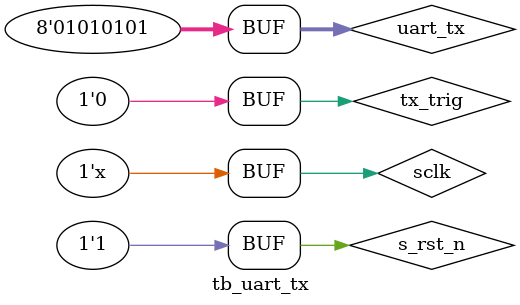
<source format=v>
`timescale 1ns/1ns
module tb_uart_tx;

reg 		sclk;
reg 		s_rst_n;
reg 		tx_trig;
reg 	[ 7:0] 	uart_tx;
wire 		rs232_tx;
//------------- generate system signals ------------------------------------
initial begin
	sclk = 1;
	s_rst_n <= 0;
#100
	s_rst_n <= 1;
end

always #5 sclk = ~sclk;
//--------------------------------------------------------------------------
initial begin
	uart_tx <= 8'd0;
	tx_trig <= 0;
#200
	tx_trig <= 1'b1;
	uart_tx <= 8'h55;
#10
	tx_trig <= 1'b0;
end
uart_tx uart_tx_inst(
		// system signals
		.sclk (sclk ),
		.s_rst_n (s_rst_n ),
		// UART Interface
		.rs232_tx (rs232_tx ),
		// others
		.tx_trig (tx_trig ),
		.uart_tx (uart_tx )
);
endmodule
</source>
